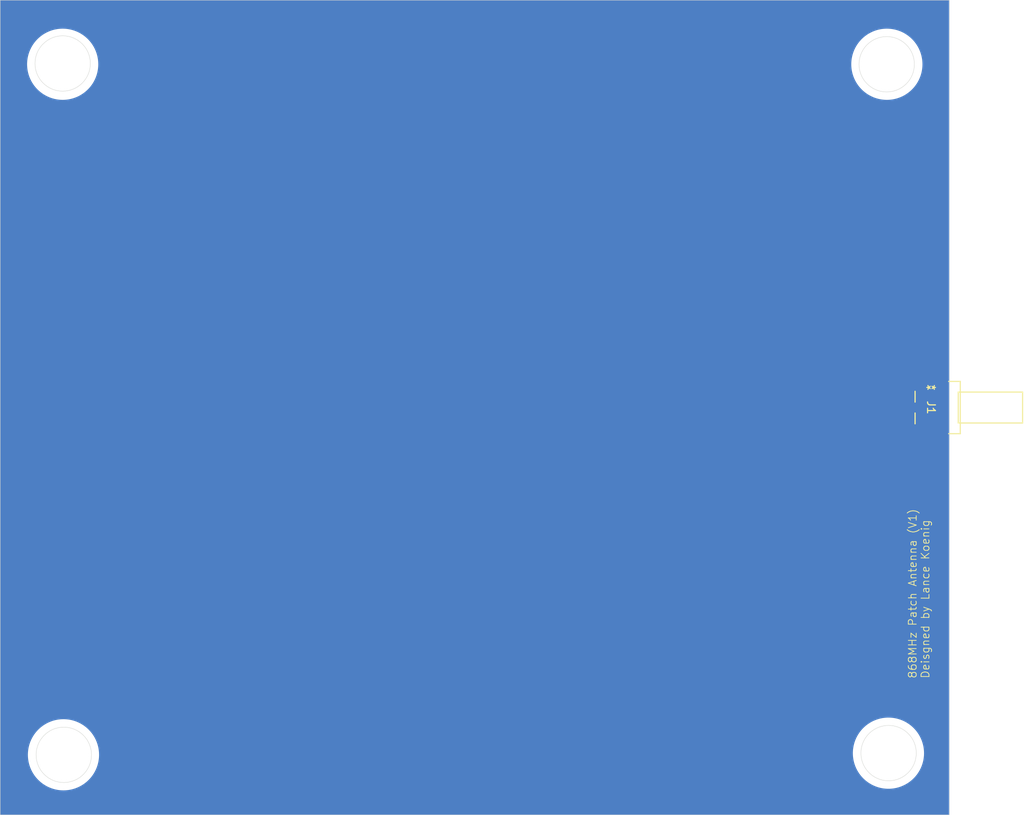
<source format=kicad_pcb>
(kicad_pcb (version 20241229) (generator "pcbnew") (generator_version "9.0")
  (layers (0 "F.Cu" signal) (2 "B.Cu" power) (13 "F.Paste" user) (15 "B.Paste" user) (5 "F.SilkS" user "F.Silkscreen") (7 "B.SilkS" user "B.Silkscreen") (1 "F.Mask" user) (3 "B.Mask" user) (25 "Edge.Cuts" user))
  (net 0 "")
  (net 1 "VCOM")
  (net 2 "Net-(J1-Pad2)")
  (footprint "SMA_EdgeLaunch:CON-SMA-EDGE-SRP_RFS" (layer "F.Cu") (at 248.2255 100 -90)
    (property "Reference" "J1" (at 0 0.8255 270) (layer "F.SilkS"))
    (property "Value" "CON-SMA-EDGE-SRP")
    (fp_line (start -2.05605 2.8575) (end -0.68855 2.8575) (stroke (width 0.1524)) (layer "F.SilkS"))
    (fp_line (start 0.68855 2.8575) (end 2.05605 2.8575) (stroke (width 0.1524)) (layer "F.SilkS"))
    (fp_line (start 3.302 -1.387624) (end 3.302 -2.8575) (stroke (width 0.1524)) (layer "F.SilkS"))
    (fp_line (start -1.9558 -2.6035) (end 1.9558 -2.6035) (stroke (width 0.1524)) (layer "F.SilkS"))
    (fp_line (start 1.9558 -2.6035) (end 1.9558 -10.7315) (stroke (width 0.1524)) (layer "F.SilkS"))
    (fp_line (start -3.302 -2.8575) (end -3.302 -1.387624) (stroke (width 0.1524)) (layer "F.SilkS"))
    (fp_line (start 3.302 -2.8575) (end -3.302 -2.8575) (stroke (width 0.1524)) (layer "F.SilkS"))
    (fp_line (start -1.9558 -10.7315) (end -1.9558 -2.6035) (stroke (width 0.1524)) (layer "F.SilkS"))
    (fp_line (start 1.9558 -10.7315) (end -1.9558 -10.7315) (stroke (width 0.1524)) (layer "F.SilkS"))
    (fp_text user "*" (at -2.54 0.8255 270) (layer "F.SilkS"))
    (fp_text user "*" (at -2.54 0.8255 270) (layer "F.SilkS"))
    (pad "1" smd rect (at 0 0.8255 270) (size 0.762 3.81) (layers "F.Cu" "F.Mask" "F.Paste") (net 1 "VCOM"))
    (pad "2" smd rect (at -2.77 0.8255 270) (size 0.8128 3.81) (layers "F.Cu" "F.Mask" "F.Paste") (net 2 "Net-(J1-Pad2)"))
    (pad "3" smd rect (at 2.77 0.8255 270) (size 0.8128 3.81) (layers "F.Cu" "F.Mask" "F.Paste") (net 2 "Net-(J1-Pad2)"))
  )
  (gr_circle (center 137.6 56.5) (end 141.1 56.5) (stroke (width 0.05)) (fill no) (layer "Edge.Cuts"))
  (gr_circle (center 137.74 143.91) (end 141.24 143.91) (stroke (width 0.05)) (fill no) (layer "Edge.Cuts"))
  (gr_rect (start 129.7 48.5) (end 249.7 151.5) (stroke (width 0.05)) (fill no) (layer "Edge.Cuts"))
  (gr_circle (center 242.02 143.69) (end 245.52 143.69) (stroke (width 0.05)) (fill no) (layer "Edge.Cuts"))
  (gr_circle (center 241.78 56.6) (end 245.28 56.6) (stroke (width 0.05)) (fill no) (layer "Edge.Cuts"))
  (gr_text "868MHz Patch Antenna (V1)\nDeisgned by Lance Koenig" (at 247.25 134.31 90) (layer "F.SilkS") (effects (font (size 1 1) (thickness 0.1)) (justify left bottom)))
  (zone (net 1) (net_name "VCOM") (layer "F.Cu") (name "ANTENNA") (connect_pads no (clearance 0)) (min_thickness 0.1) (fill yes (thermal_gap 0.5) (thermal_bridge_width 0.5) (island_removal_mode 1) (island_area_min 10))
    (polygon (pts (xy 147.51 68.5) (xy 227.51 68.5) (xy 227.51 97.5) (xy 202.509632 97.5) (xy 202.509283 98.5) (xy 247.509283 98.5) (xy 247.509283 101.5) (xy 202.509283 101.5) (xy 202.509283 102.5) (xy 227.51 102.5) (xy 227.51 131.5) (xy 147.51 131.5)))
  )
  (zone (net 0) (net_name "") (layer "B.Cu") (connect_pads no (clearance 0)) (min_thickness 0.1)
    (keepout (tracks not_allowed) (vias not_allowed) (pads not_allowed) (copperpour not_allowed) (footprints allowed))
    (fill (thermal_gap 0.5) (thermal_bridge_width 0.5) (island_removal_mode 1) (island_area_min 10))
    (polygon (pts (arc (start 133.2 143.9) (mid 142.2 143.9) (end 133.2 143.9))))
  )
  (zone (net 0) (net_name "") (layer "B.Cu") (connect_pads no (clearance 0)) (min_thickness 0.1)
    (keepout (tracks not_allowed) (vias not_allowed) (pads not_allowed) (copperpour not_allowed) (footprints allowed))
    (fill (thermal_gap 0.5) (thermal_bridge_width 0.5) (island_removal_mode 1) (island_area_min 10))
    (polygon (pts (arc (start 237.5 143.7) (mid 246.5 143.7) (end 237.5 143.7))))
  )
  (zone (net 0) (net_name "") (layer "B.Cu") (connect_pads no (clearance 0)) (min_thickness 0.1)
    (keepout (tracks not_allowed) (vias not_allowed) (pads not_allowed) (copperpour not_allowed) (footprints allowed))
    (fill (thermal_gap 0.5) (thermal_bridge_width 0.5) (island_removal_mode 1) (island_area_min 10))
    (polygon (pts (arc (start 237.3 56.6) (mid 246.3 56.6) (end 237.3 56.6))))
  )
  (zone (net 0) (net_name "") (layer "B.Cu") (connect_pads no (clearance 0)) (min_thickness 0.1)
    (keepout (tracks not_allowed) (vias not_allowed) (pads not_allowed) (copperpour not_allowed) (footprints allowed))
    (fill (thermal_gap 0.5) (thermal_bridge_width 0.5) (island_removal_mode 1) (island_area_min 10))
    (polygon (pts (arc (start 238.5 143.7) (mid 245.5 143.7) (end 238.5 143.7))))
  )
  (zone (net 0) (net_name "") (layer "B.Cu") (connect_pads no (clearance 0)) (min_thickness 0.1)
    (keepout (tracks not_allowed) (vias not_allowed) (pads not_allowed) (copperpour not_allowed) (footprints allowed))
    (fill (thermal_gap 0.5) (thermal_bridge_width 0.5) (island_removal_mode 1) (island_area_min 10))
    (polygon (pts (arc (start 134.2 143.9) (mid 141.2 143.9) (end 134.2 143.9))))
  )
  (zone (net 0) (net_name "") (layer "B.Cu") (connect_pads no (clearance 0)) (min_thickness 0.1)
    (keepout (tracks not_allowed) (vias not_allowed) (pads not_allowed) (copperpour not_allowed) (footprints allowed))
    (fill (thermal_gap 0.5) (thermal_bridge_width 0.5) (island_removal_mode 1) (island_area_min 10))
    (polygon (pts (arc (start 134.1 56.6) (mid 141.1 56.6) (end 134.1 56.6))))
  )
  (zone (net 0) (net_name "") (layer "B.Cu") (connect_pads no (clearance 0)) (min_thickness 0.1)
    (keepout (tracks not_allowed) (vias not_allowed) (pads not_allowed) (copperpour not_allowed) (footprints allowed))
    (fill (thermal_gap 0.5) (thermal_bridge_width 0.5) (island_removal_mode 1) (island_area_min 10))
    (polygon (pts (arc (start 133.1 56.6) (mid 142.1 56.6) (end 133.1 56.6))))
  )
  (zone (net 0) (net_name "") (layer "B.Cu") (connect_pads no (clearance 0)) (min_thickness 0.1)
    (keepout (tracks not_allowed) (vias not_allowed) (pads not_allowed) (copperpour not_allowed) (footprints allowed))
    (fill (thermal_gap 0.5) (thermal_bridge_width 0.5) (island_removal_mode 1) (island_area_min 10))
    (polygon (pts (arc (start 238.3 56.6) (mid 245.3 56.6) (end 238.3 56.6))))
  )
  (zone (net 0) (net_name "") (layer "B.Cu") (priority 1) (connect_pads yes (clearance 0.5)) (min_thickness 0.1) (fill yes (thermal_gap 0.5) (thermal_bridge_width 0.5) (island_removal_mode 1) (island_area_min 10))
    (polygon (pts (xy 129.7 48.5) (xy 249.7 48.5) (xy 249.7 151.5) (xy 129.7 151.5)))
  )
)
</source>
